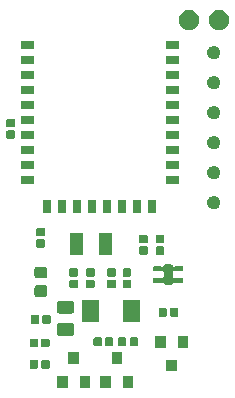
<source format=gbr>
G04 #@! TF.GenerationSoftware,KiCad,Pcbnew,(5.1.2-1)-1*
G04 #@! TF.CreationDate,2021-09-11T11:00:07+02:00*
G04 #@! TF.ProjectId,parasite,70617261-7369-4746-952e-6b696361645f,1.1.0*
G04 #@! TF.SameCoordinates,Original*
G04 #@! TF.FileFunction,Soldermask,Top*
G04 #@! TF.FilePolarity,Negative*
%FSLAX46Y46*%
G04 Gerber Fmt 4.6, Leading zero omitted, Abs format (unit mm)*
G04 Created by KiCad (PCBNEW (5.1.2-1)-1) date 2021-09-11 11:00:07*
%MOMM*%
%LPD*%
G04 APERTURE LIST*
%ADD10C,0.100000*%
G04 APERTURE END LIST*
D10*
G36*
X69851000Y-60201000D02*
G01*
X68949000Y-60201000D01*
X68949000Y-59199000D01*
X69851000Y-59199000D01*
X69851000Y-60201000D01*
X69851000Y-60201000D01*
G37*
G36*
X67951000Y-60201000D02*
G01*
X67049000Y-60201000D01*
X67049000Y-59199000D01*
X67951000Y-59199000D01*
X67951000Y-60201000D01*
X67951000Y-60201000D01*
G37*
G36*
X66201000Y-60201000D02*
G01*
X65299000Y-60201000D01*
X65299000Y-59199000D01*
X66201000Y-59199000D01*
X66201000Y-60201000D01*
X66201000Y-60201000D01*
G37*
G36*
X64301000Y-60201000D02*
G01*
X63399000Y-60201000D01*
X63399000Y-59199000D01*
X64301000Y-59199000D01*
X64301000Y-60201000D01*
X64301000Y-60201000D01*
G37*
G36*
X73551000Y-58801000D02*
G01*
X72649000Y-58801000D01*
X72649000Y-57799000D01*
X73551000Y-57799000D01*
X73551000Y-58801000D01*
X73551000Y-58801000D01*
G37*
G36*
X62656938Y-57831716D02*
G01*
X62677557Y-57837971D01*
X62696553Y-57848124D01*
X62713208Y-57861792D01*
X62726876Y-57878447D01*
X62737029Y-57897443D01*
X62743284Y-57918062D01*
X62746000Y-57945640D01*
X62746000Y-58454360D01*
X62743284Y-58481938D01*
X62737029Y-58502557D01*
X62726876Y-58521553D01*
X62713208Y-58538208D01*
X62696553Y-58551876D01*
X62677557Y-58562029D01*
X62656938Y-58568284D01*
X62629360Y-58571000D01*
X62170640Y-58571000D01*
X62143062Y-58568284D01*
X62122443Y-58562029D01*
X62103447Y-58551876D01*
X62086792Y-58538208D01*
X62073124Y-58521553D01*
X62062971Y-58502557D01*
X62056716Y-58481938D01*
X62054000Y-58454360D01*
X62054000Y-57945640D01*
X62056716Y-57918062D01*
X62062971Y-57897443D01*
X62073124Y-57878447D01*
X62086792Y-57861792D01*
X62103447Y-57848124D01*
X62122443Y-57837971D01*
X62143062Y-57831716D01*
X62170640Y-57829000D01*
X62629360Y-57829000D01*
X62656938Y-57831716D01*
X62656938Y-57831716D01*
G37*
G36*
X61686938Y-57831716D02*
G01*
X61707557Y-57837971D01*
X61726553Y-57848124D01*
X61743208Y-57861792D01*
X61756876Y-57878447D01*
X61767029Y-57897443D01*
X61773284Y-57918062D01*
X61776000Y-57945640D01*
X61776000Y-58454360D01*
X61773284Y-58481938D01*
X61767029Y-58502557D01*
X61756876Y-58521553D01*
X61743208Y-58538208D01*
X61726553Y-58551876D01*
X61707557Y-58562029D01*
X61686938Y-58568284D01*
X61659360Y-58571000D01*
X61200640Y-58571000D01*
X61173062Y-58568284D01*
X61152443Y-58562029D01*
X61133447Y-58551876D01*
X61116792Y-58538208D01*
X61103124Y-58521553D01*
X61092971Y-58502557D01*
X61086716Y-58481938D01*
X61084000Y-58454360D01*
X61084000Y-57945640D01*
X61086716Y-57918062D01*
X61092971Y-57897443D01*
X61103124Y-57878447D01*
X61116792Y-57861792D01*
X61133447Y-57848124D01*
X61152443Y-57837971D01*
X61173062Y-57831716D01*
X61200640Y-57829000D01*
X61659360Y-57829000D01*
X61686938Y-57831716D01*
X61686938Y-57831716D01*
G37*
G36*
X68901000Y-58201000D02*
G01*
X67999000Y-58201000D01*
X67999000Y-57199000D01*
X68901000Y-57199000D01*
X68901000Y-58201000D01*
X68901000Y-58201000D01*
G37*
G36*
X65251000Y-58201000D02*
G01*
X64349000Y-58201000D01*
X64349000Y-57199000D01*
X65251000Y-57199000D01*
X65251000Y-58201000D01*
X65251000Y-58201000D01*
G37*
G36*
X74501000Y-56801000D02*
G01*
X73599000Y-56801000D01*
X73599000Y-55799000D01*
X74501000Y-55799000D01*
X74501000Y-56801000D01*
X74501000Y-56801000D01*
G37*
G36*
X72601000Y-56801000D02*
G01*
X71699000Y-56801000D01*
X71699000Y-55799000D01*
X72601000Y-55799000D01*
X72601000Y-56801000D01*
X72601000Y-56801000D01*
G37*
G36*
X62656938Y-56031716D02*
G01*
X62677557Y-56037971D01*
X62696553Y-56048124D01*
X62713208Y-56061792D01*
X62726876Y-56078447D01*
X62737029Y-56097443D01*
X62743284Y-56118062D01*
X62746000Y-56145640D01*
X62746000Y-56654360D01*
X62743284Y-56681938D01*
X62737029Y-56702557D01*
X62726876Y-56721553D01*
X62713208Y-56738208D01*
X62696553Y-56751876D01*
X62677557Y-56762029D01*
X62656938Y-56768284D01*
X62629360Y-56771000D01*
X62170640Y-56771000D01*
X62143062Y-56768284D01*
X62122443Y-56762029D01*
X62103447Y-56751876D01*
X62086792Y-56738208D01*
X62073124Y-56721553D01*
X62062971Y-56702557D01*
X62056716Y-56681938D01*
X62054000Y-56654360D01*
X62054000Y-56145640D01*
X62056716Y-56118062D01*
X62062971Y-56097443D01*
X62073124Y-56078447D01*
X62086792Y-56061792D01*
X62103447Y-56048124D01*
X62122443Y-56037971D01*
X62143062Y-56031716D01*
X62170640Y-56029000D01*
X62629360Y-56029000D01*
X62656938Y-56031716D01*
X62656938Y-56031716D01*
G37*
G36*
X61686938Y-56031716D02*
G01*
X61707557Y-56037971D01*
X61726553Y-56048124D01*
X61743208Y-56061792D01*
X61756876Y-56078447D01*
X61767029Y-56097443D01*
X61773284Y-56118062D01*
X61776000Y-56145640D01*
X61776000Y-56654360D01*
X61773284Y-56681938D01*
X61767029Y-56702557D01*
X61756876Y-56721553D01*
X61743208Y-56738208D01*
X61726553Y-56751876D01*
X61707557Y-56762029D01*
X61686938Y-56768284D01*
X61659360Y-56771000D01*
X61200640Y-56771000D01*
X61173062Y-56768284D01*
X61152443Y-56762029D01*
X61133447Y-56751876D01*
X61116792Y-56738208D01*
X61103124Y-56721553D01*
X61092971Y-56702557D01*
X61086716Y-56681938D01*
X61084000Y-56654360D01*
X61084000Y-56145640D01*
X61086716Y-56118062D01*
X61092971Y-56097443D01*
X61103124Y-56078447D01*
X61116792Y-56061792D01*
X61133447Y-56048124D01*
X61152443Y-56037971D01*
X61173062Y-56031716D01*
X61200640Y-56029000D01*
X61659360Y-56029000D01*
X61686938Y-56031716D01*
X61686938Y-56031716D01*
G37*
G36*
X68041938Y-55931716D02*
G01*
X68062557Y-55937971D01*
X68081553Y-55948124D01*
X68098208Y-55961792D01*
X68111876Y-55978447D01*
X68122029Y-55997443D01*
X68128284Y-56018062D01*
X68131000Y-56045640D01*
X68131000Y-56554360D01*
X68128284Y-56581938D01*
X68122029Y-56602557D01*
X68111876Y-56621553D01*
X68098208Y-56638208D01*
X68081553Y-56651876D01*
X68062557Y-56662029D01*
X68041938Y-56668284D01*
X68014360Y-56671000D01*
X67555640Y-56671000D01*
X67528062Y-56668284D01*
X67507443Y-56662029D01*
X67488447Y-56651876D01*
X67471792Y-56638208D01*
X67458124Y-56621553D01*
X67447971Y-56602557D01*
X67441716Y-56581938D01*
X67439000Y-56554360D01*
X67439000Y-56045640D01*
X67441716Y-56018062D01*
X67447971Y-55997443D01*
X67458124Y-55978447D01*
X67471792Y-55961792D01*
X67488447Y-55948124D01*
X67507443Y-55937971D01*
X67528062Y-55931716D01*
X67555640Y-55929000D01*
X68014360Y-55929000D01*
X68041938Y-55931716D01*
X68041938Y-55931716D01*
G37*
G36*
X67071938Y-55931716D02*
G01*
X67092557Y-55937971D01*
X67111553Y-55948124D01*
X67128208Y-55961792D01*
X67141876Y-55978447D01*
X67152029Y-55997443D01*
X67158284Y-56018062D01*
X67161000Y-56045640D01*
X67161000Y-56554360D01*
X67158284Y-56581938D01*
X67152029Y-56602557D01*
X67141876Y-56621553D01*
X67128208Y-56638208D01*
X67111553Y-56651876D01*
X67092557Y-56662029D01*
X67071938Y-56668284D01*
X67044360Y-56671000D01*
X66585640Y-56671000D01*
X66558062Y-56668284D01*
X66537443Y-56662029D01*
X66518447Y-56651876D01*
X66501792Y-56638208D01*
X66488124Y-56621553D01*
X66477971Y-56602557D01*
X66471716Y-56581938D01*
X66469000Y-56554360D01*
X66469000Y-56045640D01*
X66471716Y-56018062D01*
X66477971Y-55997443D01*
X66488124Y-55978447D01*
X66501792Y-55961792D01*
X66518447Y-55948124D01*
X66537443Y-55937971D01*
X66558062Y-55931716D01*
X66585640Y-55929000D01*
X67044360Y-55929000D01*
X67071938Y-55931716D01*
X67071938Y-55931716D01*
G37*
G36*
X69156938Y-55931716D02*
G01*
X69177557Y-55937971D01*
X69196553Y-55948124D01*
X69213208Y-55961792D01*
X69226876Y-55978447D01*
X69237029Y-55997443D01*
X69243284Y-56018062D01*
X69246000Y-56045640D01*
X69246000Y-56554360D01*
X69243284Y-56581938D01*
X69237029Y-56602557D01*
X69226876Y-56621553D01*
X69213208Y-56638208D01*
X69196553Y-56651876D01*
X69177557Y-56662029D01*
X69156938Y-56668284D01*
X69129360Y-56671000D01*
X68670640Y-56671000D01*
X68643062Y-56668284D01*
X68622443Y-56662029D01*
X68603447Y-56651876D01*
X68586792Y-56638208D01*
X68573124Y-56621553D01*
X68562971Y-56602557D01*
X68556716Y-56581938D01*
X68554000Y-56554360D01*
X68554000Y-56045640D01*
X68556716Y-56018062D01*
X68562971Y-55997443D01*
X68573124Y-55978447D01*
X68586792Y-55961792D01*
X68603447Y-55948124D01*
X68622443Y-55937971D01*
X68643062Y-55931716D01*
X68670640Y-55929000D01*
X69129360Y-55929000D01*
X69156938Y-55931716D01*
X69156938Y-55931716D01*
G37*
G36*
X70126938Y-55931716D02*
G01*
X70147557Y-55937971D01*
X70166553Y-55948124D01*
X70183208Y-55961792D01*
X70196876Y-55978447D01*
X70207029Y-55997443D01*
X70213284Y-56018062D01*
X70216000Y-56045640D01*
X70216000Y-56554360D01*
X70213284Y-56581938D01*
X70207029Y-56602557D01*
X70196876Y-56621553D01*
X70183208Y-56638208D01*
X70166553Y-56651876D01*
X70147557Y-56662029D01*
X70126938Y-56668284D01*
X70099360Y-56671000D01*
X69640640Y-56671000D01*
X69613062Y-56668284D01*
X69592443Y-56662029D01*
X69573447Y-56651876D01*
X69556792Y-56638208D01*
X69543124Y-56621553D01*
X69532971Y-56602557D01*
X69526716Y-56581938D01*
X69524000Y-56554360D01*
X69524000Y-56045640D01*
X69526716Y-56018062D01*
X69532971Y-55997443D01*
X69543124Y-55978447D01*
X69556792Y-55961792D01*
X69573447Y-55948124D01*
X69592443Y-55937971D01*
X69613062Y-55931716D01*
X69640640Y-55929000D01*
X70099360Y-55929000D01*
X70126938Y-55931716D01*
X70126938Y-55931716D01*
G37*
G36*
X64684468Y-54703565D02*
G01*
X64723138Y-54715296D01*
X64758777Y-54734346D01*
X64790017Y-54759983D01*
X64815654Y-54791223D01*
X64834704Y-54826862D01*
X64846435Y-54865532D01*
X64851000Y-54911888D01*
X64851000Y-55563112D01*
X64846435Y-55609468D01*
X64834704Y-55648138D01*
X64815654Y-55683777D01*
X64790017Y-55715017D01*
X64758777Y-55740654D01*
X64723138Y-55759704D01*
X64684468Y-55771435D01*
X64638112Y-55776000D01*
X63561888Y-55776000D01*
X63515532Y-55771435D01*
X63476862Y-55759704D01*
X63441223Y-55740654D01*
X63409983Y-55715017D01*
X63384346Y-55683777D01*
X63365296Y-55648138D01*
X63353565Y-55609468D01*
X63349000Y-55563112D01*
X63349000Y-54911888D01*
X63353565Y-54865532D01*
X63365296Y-54826862D01*
X63384346Y-54791223D01*
X63409983Y-54759983D01*
X63441223Y-54734346D01*
X63476862Y-54715296D01*
X63515532Y-54703565D01*
X63561888Y-54699000D01*
X64638112Y-54699000D01*
X64684468Y-54703565D01*
X64684468Y-54703565D01*
G37*
G36*
X61771938Y-54031716D02*
G01*
X61792557Y-54037971D01*
X61811553Y-54048124D01*
X61828208Y-54061792D01*
X61841876Y-54078447D01*
X61852029Y-54097443D01*
X61858284Y-54118062D01*
X61861000Y-54145640D01*
X61861000Y-54654360D01*
X61858284Y-54681938D01*
X61852029Y-54702557D01*
X61841876Y-54721553D01*
X61828208Y-54738208D01*
X61811553Y-54751876D01*
X61792557Y-54762029D01*
X61771938Y-54768284D01*
X61744360Y-54771000D01*
X61285640Y-54771000D01*
X61258062Y-54768284D01*
X61237443Y-54762029D01*
X61218447Y-54751876D01*
X61201792Y-54738208D01*
X61188124Y-54721553D01*
X61177971Y-54702557D01*
X61171716Y-54681938D01*
X61169000Y-54654360D01*
X61169000Y-54145640D01*
X61171716Y-54118062D01*
X61177971Y-54097443D01*
X61188124Y-54078447D01*
X61201792Y-54061792D01*
X61218447Y-54048124D01*
X61237443Y-54037971D01*
X61258062Y-54031716D01*
X61285640Y-54029000D01*
X61744360Y-54029000D01*
X61771938Y-54031716D01*
X61771938Y-54031716D01*
G37*
G36*
X62741938Y-54031716D02*
G01*
X62762557Y-54037971D01*
X62781553Y-54048124D01*
X62798208Y-54061792D01*
X62811876Y-54078447D01*
X62822029Y-54097443D01*
X62828284Y-54118062D01*
X62831000Y-54145640D01*
X62831000Y-54654360D01*
X62828284Y-54681938D01*
X62822029Y-54702557D01*
X62811876Y-54721553D01*
X62798208Y-54738208D01*
X62781553Y-54751876D01*
X62762557Y-54762029D01*
X62741938Y-54768284D01*
X62714360Y-54771000D01*
X62255640Y-54771000D01*
X62228062Y-54768284D01*
X62207443Y-54762029D01*
X62188447Y-54751876D01*
X62171792Y-54738208D01*
X62158124Y-54721553D01*
X62147971Y-54702557D01*
X62141716Y-54681938D01*
X62139000Y-54654360D01*
X62139000Y-54145640D01*
X62141716Y-54118062D01*
X62147971Y-54097443D01*
X62158124Y-54078447D01*
X62171792Y-54061792D01*
X62188447Y-54048124D01*
X62207443Y-54037971D01*
X62228062Y-54031716D01*
X62255640Y-54029000D01*
X62714360Y-54029000D01*
X62741938Y-54031716D01*
X62741938Y-54031716D01*
G37*
G36*
X66901000Y-54601000D02*
G01*
X65499000Y-54601000D01*
X65499000Y-52799000D01*
X66901000Y-52799000D01*
X66901000Y-54601000D01*
X66901000Y-54601000D01*
G37*
G36*
X70401000Y-54601000D02*
G01*
X68999000Y-54601000D01*
X68999000Y-52799000D01*
X70401000Y-52799000D01*
X70401000Y-54601000D01*
X70401000Y-54601000D01*
G37*
G36*
X72586938Y-53431716D02*
G01*
X72607557Y-53437971D01*
X72626553Y-53448124D01*
X72643208Y-53461792D01*
X72656876Y-53478447D01*
X72667029Y-53497443D01*
X72673284Y-53518062D01*
X72676000Y-53545640D01*
X72676000Y-54054360D01*
X72673284Y-54081938D01*
X72667029Y-54102557D01*
X72656876Y-54121553D01*
X72643208Y-54138208D01*
X72626553Y-54151876D01*
X72607557Y-54162029D01*
X72586938Y-54168284D01*
X72559360Y-54171000D01*
X72100640Y-54171000D01*
X72073062Y-54168284D01*
X72052443Y-54162029D01*
X72033447Y-54151876D01*
X72016792Y-54138208D01*
X72003124Y-54121553D01*
X71992971Y-54102557D01*
X71986716Y-54081938D01*
X71984000Y-54054360D01*
X71984000Y-53545640D01*
X71986716Y-53518062D01*
X71992971Y-53497443D01*
X72003124Y-53478447D01*
X72016792Y-53461792D01*
X72033447Y-53448124D01*
X72052443Y-53437971D01*
X72073062Y-53431716D01*
X72100640Y-53429000D01*
X72559360Y-53429000D01*
X72586938Y-53431716D01*
X72586938Y-53431716D01*
G37*
G36*
X73556938Y-53431716D02*
G01*
X73577557Y-53437971D01*
X73596553Y-53448124D01*
X73613208Y-53461792D01*
X73626876Y-53478447D01*
X73637029Y-53497443D01*
X73643284Y-53518062D01*
X73646000Y-53545640D01*
X73646000Y-54054360D01*
X73643284Y-54081938D01*
X73637029Y-54102557D01*
X73626876Y-54121553D01*
X73613208Y-54138208D01*
X73596553Y-54151876D01*
X73577557Y-54162029D01*
X73556938Y-54168284D01*
X73529360Y-54171000D01*
X73070640Y-54171000D01*
X73043062Y-54168284D01*
X73022443Y-54162029D01*
X73003447Y-54151876D01*
X72986792Y-54138208D01*
X72973124Y-54121553D01*
X72962971Y-54102557D01*
X72956716Y-54081938D01*
X72954000Y-54054360D01*
X72954000Y-53545640D01*
X72956716Y-53518062D01*
X72962971Y-53497443D01*
X72973124Y-53478447D01*
X72986792Y-53461792D01*
X73003447Y-53448124D01*
X73022443Y-53437971D01*
X73043062Y-53431716D01*
X73070640Y-53429000D01*
X73529360Y-53429000D01*
X73556938Y-53431716D01*
X73556938Y-53431716D01*
G37*
G36*
X64684468Y-52828565D02*
G01*
X64723138Y-52840296D01*
X64758777Y-52859346D01*
X64790017Y-52884983D01*
X64815654Y-52916223D01*
X64834704Y-52951862D01*
X64846435Y-52990532D01*
X64851000Y-53036888D01*
X64851000Y-53688112D01*
X64846435Y-53734468D01*
X64834704Y-53773138D01*
X64815654Y-53808777D01*
X64790017Y-53840017D01*
X64758777Y-53865654D01*
X64723138Y-53884704D01*
X64684468Y-53896435D01*
X64638112Y-53901000D01*
X63561888Y-53901000D01*
X63515532Y-53896435D01*
X63476862Y-53884704D01*
X63441223Y-53865654D01*
X63409983Y-53840017D01*
X63384346Y-53808777D01*
X63365296Y-53773138D01*
X63353565Y-53734468D01*
X63349000Y-53688112D01*
X63349000Y-53036888D01*
X63353565Y-52990532D01*
X63365296Y-52951862D01*
X63384346Y-52916223D01*
X63409983Y-52884983D01*
X63441223Y-52859346D01*
X63476862Y-52840296D01*
X63515532Y-52828565D01*
X63561888Y-52824000D01*
X64638112Y-52824000D01*
X64684468Y-52828565D01*
X64684468Y-52828565D01*
G37*
G36*
X62379591Y-51515585D02*
G01*
X62413569Y-51525893D01*
X62444890Y-51542634D01*
X62472339Y-51565161D01*
X62494866Y-51592610D01*
X62511607Y-51623931D01*
X62521915Y-51657909D01*
X62526000Y-51699390D01*
X62526000Y-52300610D01*
X62521915Y-52342091D01*
X62511607Y-52376069D01*
X62494866Y-52407390D01*
X62472339Y-52434839D01*
X62444890Y-52457366D01*
X62413569Y-52474107D01*
X62379591Y-52484415D01*
X62338110Y-52488500D01*
X61661890Y-52488500D01*
X61620409Y-52484415D01*
X61586431Y-52474107D01*
X61555110Y-52457366D01*
X61527661Y-52434839D01*
X61505134Y-52407390D01*
X61488393Y-52376069D01*
X61478085Y-52342091D01*
X61474000Y-52300610D01*
X61474000Y-51699390D01*
X61478085Y-51657909D01*
X61488393Y-51623931D01*
X61505134Y-51592610D01*
X61527661Y-51565161D01*
X61555110Y-51542634D01*
X61586431Y-51525893D01*
X61620409Y-51515585D01*
X61661890Y-51511500D01*
X62338110Y-51511500D01*
X62379591Y-51515585D01*
X62379591Y-51515585D01*
G37*
G36*
X69581938Y-51056716D02*
G01*
X69602557Y-51062971D01*
X69621553Y-51073124D01*
X69638208Y-51086792D01*
X69651876Y-51103447D01*
X69662029Y-51122443D01*
X69668284Y-51143062D01*
X69671000Y-51170640D01*
X69671000Y-51629360D01*
X69668284Y-51656938D01*
X69662029Y-51677557D01*
X69651876Y-51696553D01*
X69638208Y-51713208D01*
X69621553Y-51726876D01*
X69602557Y-51737029D01*
X69581938Y-51743284D01*
X69554360Y-51746000D01*
X69045640Y-51746000D01*
X69018062Y-51743284D01*
X68997443Y-51737029D01*
X68978447Y-51726876D01*
X68961792Y-51713208D01*
X68948124Y-51696553D01*
X68937971Y-51677557D01*
X68931716Y-51656938D01*
X68929000Y-51629360D01*
X68929000Y-51170640D01*
X68931716Y-51143062D01*
X68937971Y-51122443D01*
X68948124Y-51103447D01*
X68961792Y-51086792D01*
X68978447Y-51073124D01*
X68997443Y-51062971D01*
X69018062Y-51056716D01*
X69045640Y-51054000D01*
X69554360Y-51054000D01*
X69581938Y-51056716D01*
X69581938Y-51056716D01*
G37*
G36*
X65081938Y-51056716D02*
G01*
X65102557Y-51062971D01*
X65121553Y-51073124D01*
X65138208Y-51086792D01*
X65151876Y-51103447D01*
X65162029Y-51122443D01*
X65168284Y-51143062D01*
X65171000Y-51170640D01*
X65171000Y-51629360D01*
X65168284Y-51656938D01*
X65162029Y-51677557D01*
X65151876Y-51696553D01*
X65138208Y-51713208D01*
X65121553Y-51726876D01*
X65102557Y-51737029D01*
X65081938Y-51743284D01*
X65054360Y-51746000D01*
X64545640Y-51746000D01*
X64518062Y-51743284D01*
X64497443Y-51737029D01*
X64478447Y-51726876D01*
X64461792Y-51713208D01*
X64448124Y-51696553D01*
X64437971Y-51677557D01*
X64431716Y-51656938D01*
X64429000Y-51629360D01*
X64429000Y-51170640D01*
X64431716Y-51143062D01*
X64437971Y-51122443D01*
X64448124Y-51103447D01*
X64461792Y-51086792D01*
X64478447Y-51073124D01*
X64497443Y-51062971D01*
X64518062Y-51056716D01*
X64545640Y-51054000D01*
X65054360Y-51054000D01*
X65081938Y-51056716D01*
X65081938Y-51056716D01*
G37*
G36*
X66481938Y-51056716D02*
G01*
X66502557Y-51062971D01*
X66521553Y-51073124D01*
X66538208Y-51086792D01*
X66551876Y-51103447D01*
X66562029Y-51122443D01*
X66568284Y-51143062D01*
X66571000Y-51170640D01*
X66571000Y-51629360D01*
X66568284Y-51656938D01*
X66562029Y-51677557D01*
X66551876Y-51696553D01*
X66538208Y-51713208D01*
X66521553Y-51726876D01*
X66502557Y-51737029D01*
X66481938Y-51743284D01*
X66454360Y-51746000D01*
X65945640Y-51746000D01*
X65918062Y-51743284D01*
X65897443Y-51737029D01*
X65878447Y-51726876D01*
X65861792Y-51713208D01*
X65848124Y-51696553D01*
X65837971Y-51677557D01*
X65831716Y-51656938D01*
X65829000Y-51629360D01*
X65829000Y-51170640D01*
X65831716Y-51143062D01*
X65837971Y-51122443D01*
X65848124Y-51103447D01*
X65861792Y-51086792D01*
X65878447Y-51073124D01*
X65897443Y-51062971D01*
X65918062Y-51056716D01*
X65945640Y-51054000D01*
X66454360Y-51054000D01*
X66481938Y-51056716D01*
X66481938Y-51056716D01*
G37*
G36*
X68281938Y-51056716D02*
G01*
X68302557Y-51062971D01*
X68321553Y-51073124D01*
X68338208Y-51086792D01*
X68351876Y-51103447D01*
X68362029Y-51122443D01*
X68368284Y-51143062D01*
X68371000Y-51170640D01*
X68371000Y-51629360D01*
X68368284Y-51656938D01*
X68362029Y-51677557D01*
X68351876Y-51696553D01*
X68338208Y-51713208D01*
X68321553Y-51726876D01*
X68302557Y-51737029D01*
X68281938Y-51743284D01*
X68254360Y-51746000D01*
X67745640Y-51746000D01*
X67718062Y-51743284D01*
X67697443Y-51737029D01*
X67678447Y-51726876D01*
X67661792Y-51713208D01*
X67648124Y-51696553D01*
X67637971Y-51677557D01*
X67631716Y-51656938D01*
X67629000Y-51629360D01*
X67629000Y-51170640D01*
X67631716Y-51143062D01*
X67637971Y-51122443D01*
X67648124Y-51103447D01*
X67661792Y-51086792D01*
X67678447Y-51073124D01*
X67697443Y-51062971D01*
X67718062Y-51056716D01*
X67745640Y-51054000D01*
X68254360Y-51054000D01*
X68281938Y-51056716D01*
X68281938Y-51056716D01*
G37*
G36*
X73089802Y-49752244D02*
G01*
X73115579Y-49760064D01*
X73139333Y-49772761D01*
X73160153Y-49789847D01*
X73177239Y-49810667D01*
X73189936Y-49834422D01*
X73194717Y-49850180D01*
X73204095Y-49872819D01*
X73217709Y-49893193D01*
X73235037Y-49910519D01*
X73255412Y-49924133D01*
X73278051Y-49933509D01*
X73302084Y-49938289D01*
X73326588Y-49938289D01*
X73350621Y-49933508D01*
X73373260Y-49924130D01*
X73393634Y-49910516D01*
X73410959Y-49893190D01*
X73414219Y-49889217D01*
X73421776Y-49883016D01*
X73430405Y-49878403D01*
X73439768Y-49875563D01*
X73455640Y-49874000D01*
X73994360Y-49874000D01*
X74010232Y-49875563D01*
X74019595Y-49878403D01*
X74028224Y-49883016D01*
X74035782Y-49889218D01*
X74041984Y-49896776D01*
X74046597Y-49905405D01*
X74049437Y-49914768D01*
X74051000Y-49930640D01*
X74051000Y-50269360D01*
X74049437Y-50285232D01*
X74046597Y-50294595D01*
X74041984Y-50303224D01*
X74035782Y-50310782D01*
X74028224Y-50316984D01*
X74019595Y-50321597D01*
X74010232Y-50324437D01*
X73994360Y-50326000D01*
X73455640Y-50326000D01*
X73439768Y-50324437D01*
X73430405Y-50321597D01*
X73421779Y-50316986D01*
X73405296Y-50303459D01*
X73384921Y-50289846D01*
X73362282Y-50280469D01*
X73338249Y-50275689D01*
X73313745Y-50275689D01*
X73289711Y-50280470D01*
X73267073Y-50289848D01*
X73246699Y-50303462D01*
X73229372Y-50320789D01*
X73215759Y-50341164D01*
X73206382Y-50363803D01*
X73201000Y-50400086D01*
X73201000Y-50799914D01*
X73203402Y-50824300D01*
X73210515Y-50847749D01*
X73222066Y-50869360D01*
X73237611Y-50888302D01*
X73256553Y-50903847D01*
X73278164Y-50915398D01*
X73301613Y-50922511D01*
X73325999Y-50924913D01*
X73350385Y-50922511D01*
X73373834Y-50915398D01*
X73405296Y-50896541D01*
X73421779Y-50883014D01*
X73430405Y-50878403D01*
X73439768Y-50875563D01*
X73455640Y-50874000D01*
X73994360Y-50874000D01*
X74010232Y-50875563D01*
X74019595Y-50878403D01*
X74028224Y-50883016D01*
X74035782Y-50889218D01*
X74041984Y-50896776D01*
X74046597Y-50905405D01*
X74049437Y-50914768D01*
X74051000Y-50930640D01*
X74051000Y-51269360D01*
X74049437Y-51285232D01*
X74046597Y-51294595D01*
X74041984Y-51303224D01*
X74035782Y-51310782D01*
X74028224Y-51316984D01*
X74019595Y-51321597D01*
X74010232Y-51324437D01*
X73994360Y-51326000D01*
X73455640Y-51326000D01*
X73439768Y-51324437D01*
X73430405Y-51321597D01*
X73421776Y-51316984D01*
X73414219Y-51310783D01*
X73410959Y-51306810D01*
X73393632Y-51289483D01*
X73373258Y-51275869D01*
X73350619Y-51266492D01*
X73326586Y-51261711D01*
X73302082Y-51261711D01*
X73278048Y-51266491D01*
X73255410Y-51275868D01*
X73235035Y-51289482D01*
X73217708Y-51306809D01*
X73204094Y-51327183D01*
X73194717Y-51349820D01*
X73189936Y-51365578D01*
X73177239Y-51389333D01*
X73160153Y-51410153D01*
X73139333Y-51427239D01*
X73115579Y-51439936D01*
X73089802Y-51447756D01*
X73056862Y-51451000D01*
X72543138Y-51451000D01*
X72510198Y-51447756D01*
X72484421Y-51439936D01*
X72460667Y-51427239D01*
X72439847Y-51410153D01*
X72422761Y-51389333D01*
X72410064Y-51365578D01*
X72405283Y-51349820D01*
X72395905Y-51327181D01*
X72382291Y-51306807D01*
X72364963Y-51289481D01*
X72344588Y-51275867D01*
X72321949Y-51266491D01*
X72297916Y-51261711D01*
X72273412Y-51261711D01*
X72249379Y-51266492D01*
X72226740Y-51275870D01*
X72206366Y-51289484D01*
X72189041Y-51306810D01*
X72185781Y-51310783D01*
X72178224Y-51316984D01*
X72169595Y-51321597D01*
X72160232Y-51324437D01*
X72144360Y-51326000D01*
X71605640Y-51326000D01*
X71589768Y-51324437D01*
X71580405Y-51321597D01*
X71571776Y-51316984D01*
X71564218Y-51310782D01*
X71558016Y-51303224D01*
X71553403Y-51294595D01*
X71550563Y-51285232D01*
X71549000Y-51269360D01*
X71549000Y-50930640D01*
X71550563Y-50914768D01*
X71553403Y-50905405D01*
X71558016Y-50896776D01*
X71564218Y-50889218D01*
X71571776Y-50883016D01*
X71580405Y-50878403D01*
X71589768Y-50875563D01*
X71605640Y-50874000D01*
X72144360Y-50874000D01*
X72160232Y-50875563D01*
X72169595Y-50878403D01*
X72178221Y-50883014D01*
X72194704Y-50896541D01*
X72215079Y-50910154D01*
X72237718Y-50919531D01*
X72261751Y-50924311D01*
X72286255Y-50924311D01*
X72310289Y-50919530D01*
X72332927Y-50910152D01*
X72353301Y-50896538D01*
X72370628Y-50879211D01*
X72384241Y-50858836D01*
X72393618Y-50836197D01*
X72399000Y-50799914D01*
X72399000Y-50400086D01*
X72396598Y-50375700D01*
X72389485Y-50352251D01*
X72377934Y-50330640D01*
X72362389Y-50311698D01*
X72343447Y-50296153D01*
X72321836Y-50284602D01*
X72298387Y-50277489D01*
X72274001Y-50275087D01*
X72249615Y-50277489D01*
X72226166Y-50284602D01*
X72194704Y-50303459D01*
X72178221Y-50316986D01*
X72169595Y-50321597D01*
X72160232Y-50324437D01*
X72144360Y-50326000D01*
X71605640Y-50326000D01*
X71589768Y-50324437D01*
X71580405Y-50321597D01*
X71571776Y-50316984D01*
X71564218Y-50310782D01*
X71558016Y-50303224D01*
X71553403Y-50294595D01*
X71550563Y-50285232D01*
X71549000Y-50269360D01*
X71549000Y-49930640D01*
X71550563Y-49914768D01*
X71553403Y-49905405D01*
X71558016Y-49896776D01*
X71564218Y-49889218D01*
X71571776Y-49883016D01*
X71580405Y-49878403D01*
X71589768Y-49875563D01*
X71605640Y-49874000D01*
X72144360Y-49874000D01*
X72160232Y-49875563D01*
X72169595Y-49878403D01*
X72178224Y-49883016D01*
X72185781Y-49889217D01*
X72189041Y-49893190D01*
X72206368Y-49910517D01*
X72226742Y-49924131D01*
X72249381Y-49933508D01*
X72273414Y-49938289D01*
X72297918Y-49938289D01*
X72321952Y-49933509D01*
X72344590Y-49924132D01*
X72364965Y-49910518D01*
X72382292Y-49893191D01*
X72395906Y-49872817D01*
X72405283Y-49850180D01*
X72410064Y-49834422D01*
X72422761Y-49810667D01*
X72439847Y-49789847D01*
X72460667Y-49772761D01*
X72484421Y-49760064D01*
X72510198Y-49752244D01*
X72543138Y-49749000D01*
X73056862Y-49749000D01*
X73089802Y-49752244D01*
X73089802Y-49752244D01*
G37*
G36*
X62379591Y-49940585D02*
G01*
X62413569Y-49950893D01*
X62444890Y-49967634D01*
X62472339Y-49990161D01*
X62494866Y-50017610D01*
X62511607Y-50048931D01*
X62521915Y-50082909D01*
X62526000Y-50124390D01*
X62526000Y-50725610D01*
X62521915Y-50767091D01*
X62511607Y-50801069D01*
X62494866Y-50832390D01*
X62472339Y-50859839D01*
X62444890Y-50882366D01*
X62413569Y-50899107D01*
X62379591Y-50909415D01*
X62338110Y-50913500D01*
X61661890Y-50913500D01*
X61620409Y-50909415D01*
X61586431Y-50899107D01*
X61555110Y-50882366D01*
X61527661Y-50859839D01*
X61505134Y-50832390D01*
X61488393Y-50801069D01*
X61478085Y-50767091D01*
X61474000Y-50725610D01*
X61474000Y-50124390D01*
X61478085Y-50082909D01*
X61488393Y-50048931D01*
X61505134Y-50017610D01*
X61527661Y-49990161D01*
X61555110Y-49967634D01*
X61586431Y-49950893D01*
X61620409Y-49940585D01*
X61661890Y-49936500D01*
X62338110Y-49936500D01*
X62379591Y-49940585D01*
X62379591Y-49940585D01*
G37*
G36*
X66481938Y-50086716D02*
G01*
X66502557Y-50092971D01*
X66521553Y-50103124D01*
X66538208Y-50116792D01*
X66551876Y-50133447D01*
X66562029Y-50152443D01*
X66568284Y-50173062D01*
X66571000Y-50200640D01*
X66571000Y-50659360D01*
X66568284Y-50686938D01*
X66562029Y-50707557D01*
X66551876Y-50726553D01*
X66538208Y-50743208D01*
X66521553Y-50756876D01*
X66502557Y-50767029D01*
X66481938Y-50773284D01*
X66454360Y-50776000D01*
X65945640Y-50776000D01*
X65918062Y-50773284D01*
X65897443Y-50767029D01*
X65878447Y-50756876D01*
X65861792Y-50743208D01*
X65848124Y-50726553D01*
X65837971Y-50707557D01*
X65831716Y-50686938D01*
X65829000Y-50659360D01*
X65829000Y-50200640D01*
X65831716Y-50173062D01*
X65837971Y-50152443D01*
X65848124Y-50133447D01*
X65861792Y-50116792D01*
X65878447Y-50103124D01*
X65897443Y-50092971D01*
X65918062Y-50086716D01*
X65945640Y-50084000D01*
X66454360Y-50084000D01*
X66481938Y-50086716D01*
X66481938Y-50086716D01*
G37*
G36*
X65081938Y-50086716D02*
G01*
X65102557Y-50092971D01*
X65121553Y-50103124D01*
X65138208Y-50116792D01*
X65151876Y-50133447D01*
X65162029Y-50152443D01*
X65168284Y-50173062D01*
X65171000Y-50200640D01*
X65171000Y-50659360D01*
X65168284Y-50686938D01*
X65162029Y-50707557D01*
X65151876Y-50726553D01*
X65138208Y-50743208D01*
X65121553Y-50756876D01*
X65102557Y-50767029D01*
X65081938Y-50773284D01*
X65054360Y-50776000D01*
X64545640Y-50776000D01*
X64518062Y-50773284D01*
X64497443Y-50767029D01*
X64478447Y-50756876D01*
X64461792Y-50743208D01*
X64448124Y-50726553D01*
X64437971Y-50707557D01*
X64431716Y-50686938D01*
X64429000Y-50659360D01*
X64429000Y-50200640D01*
X64431716Y-50173062D01*
X64437971Y-50152443D01*
X64448124Y-50133447D01*
X64461792Y-50116792D01*
X64478447Y-50103124D01*
X64497443Y-50092971D01*
X64518062Y-50086716D01*
X64545640Y-50084000D01*
X65054360Y-50084000D01*
X65081938Y-50086716D01*
X65081938Y-50086716D01*
G37*
G36*
X68281938Y-50086716D02*
G01*
X68302557Y-50092971D01*
X68321553Y-50103124D01*
X68338208Y-50116792D01*
X68351876Y-50133447D01*
X68362029Y-50152443D01*
X68368284Y-50173062D01*
X68371000Y-50200640D01*
X68371000Y-50659360D01*
X68368284Y-50686938D01*
X68362029Y-50707557D01*
X68351876Y-50726553D01*
X68338208Y-50743208D01*
X68321553Y-50756876D01*
X68302557Y-50767029D01*
X68281938Y-50773284D01*
X68254360Y-50776000D01*
X67745640Y-50776000D01*
X67718062Y-50773284D01*
X67697443Y-50767029D01*
X67678447Y-50756876D01*
X67661792Y-50743208D01*
X67648124Y-50726553D01*
X67637971Y-50707557D01*
X67631716Y-50686938D01*
X67629000Y-50659360D01*
X67629000Y-50200640D01*
X67631716Y-50173062D01*
X67637971Y-50152443D01*
X67648124Y-50133447D01*
X67661792Y-50116792D01*
X67678447Y-50103124D01*
X67697443Y-50092971D01*
X67718062Y-50086716D01*
X67745640Y-50084000D01*
X68254360Y-50084000D01*
X68281938Y-50086716D01*
X68281938Y-50086716D01*
G37*
G36*
X69581938Y-50086716D02*
G01*
X69602557Y-50092971D01*
X69621553Y-50103124D01*
X69638208Y-50116792D01*
X69651876Y-50133447D01*
X69662029Y-50152443D01*
X69668284Y-50173062D01*
X69671000Y-50200640D01*
X69671000Y-50659360D01*
X69668284Y-50686938D01*
X69662029Y-50707557D01*
X69651876Y-50726553D01*
X69638208Y-50743208D01*
X69621553Y-50756876D01*
X69602557Y-50767029D01*
X69581938Y-50773284D01*
X69554360Y-50776000D01*
X69045640Y-50776000D01*
X69018062Y-50773284D01*
X68997443Y-50767029D01*
X68978447Y-50756876D01*
X68961792Y-50743208D01*
X68948124Y-50726553D01*
X68937971Y-50707557D01*
X68931716Y-50686938D01*
X68929000Y-50659360D01*
X68929000Y-50200640D01*
X68931716Y-50173062D01*
X68937971Y-50152443D01*
X68948124Y-50133447D01*
X68961792Y-50116792D01*
X68978447Y-50103124D01*
X68997443Y-50092971D01*
X69018062Y-50086716D01*
X69045640Y-50084000D01*
X69554360Y-50084000D01*
X69581938Y-50086716D01*
X69581938Y-50086716D01*
G37*
G36*
X65551000Y-48951000D02*
G01*
X64449000Y-48951000D01*
X64449000Y-47049000D01*
X65551000Y-47049000D01*
X65551000Y-48951000D01*
X65551000Y-48951000D01*
G37*
G36*
X68051000Y-48951000D02*
G01*
X66949000Y-48951000D01*
X66949000Y-47049000D01*
X68051000Y-47049000D01*
X68051000Y-48951000D01*
X68051000Y-48951000D01*
G37*
G36*
X72381938Y-48226716D02*
G01*
X72402557Y-48232971D01*
X72421553Y-48243124D01*
X72438208Y-48256792D01*
X72451876Y-48273447D01*
X72462029Y-48292443D01*
X72468284Y-48313062D01*
X72471000Y-48340640D01*
X72471000Y-48799360D01*
X72468284Y-48826938D01*
X72462029Y-48847557D01*
X72451876Y-48866553D01*
X72438208Y-48883208D01*
X72421553Y-48896876D01*
X72402557Y-48907029D01*
X72381938Y-48913284D01*
X72354360Y-48916000D01*
X71845640Y-48916000D01*
X71818062Y-48913284D01*
X71797443Y-48907029D01*
X71778447Y-48896876D01*
X71761792Y-48883208D01*
X71748124Y-48866553D01*
X71737971Y-48847557D01*
X71731716Y-48826938D01*
X71729000Y-48799360D01*
X71729000Y-48340640D01*
X71731716Y-48313062D01*
X71737971Y-48292443D01*
X71748124Y-48273447D01*
X71761792Y-48256792D01*
X71778447Y-48243124D01*
X71797443Y-48232971D01*
X71818062Y-48226716D01*
X71845640Y-48224000D01*
X72354360Y-48224000D01*
X72381938Y-48226716D01*
X72381938Y-48226716D01*
G37*
G36*
X70981938Y-48226716D02*
G01*
X71002557Y-48232971D01*
X71021553Y-48243124D01*
X71038208Y-48256792D01*
X71051876Y-48273447D01*
X71062029Y-48292443D01*
X71068284Y-48313062D01*
X71071000Y-48340640D01*
X71071000Y-48799360D01*
X71068284Y-48826938D01*
X71062029Y-48847557D01*
X71051876Y-48866553D01*
X71038208Y-48883208D01*
X71021553Y-48896876D01*
X71002557Y-48907029D01*
X70981938Y-48913284D01*
X70954360Y-48916000D01*
X70445640Y-48916000D01*
X70418062Y-48913284D01*
X70397443Y-48907029D01*
X70378447Y-48896876D01*
X70361792Y-48883208D01*
X70348124Y-48866553D01*
X70337971Y-48847557D01*
X70331716Y-48826938D01*
X70329000Y-48799360D01*
X70329000Y-48340640D01*
X70331716Y-48313062D01*
X70337971Y-48292443D01*
X70348124Y-48273447D01*
X70361792Y-48256792D01*
X70378447Y-48243124D01*
X70397443Y-48232971D01*
X70418062Y-48226716D01*
X70445640Y-48224000D01*
X70954360Y-48224000D01*
X70981938Y-48226716D01*
X70981938Y-48226716D01*
G37*
G36*
X62281938Y-47626716D02*
G01*
X62302557Y-47632971D01*
X62321553Y-47643124D01*
X62338208Y-47656792D01*
X62351876Y-47673447D01*
X62362029Y-47692443D01*
X62368284Y-47713062D01*
X62371000Y-47740640D01*
X62371000Y-48199360D01*
X62368284Y-48226938D01*
X62362029Y-48247557D01*
X62351876Y-48266553D01*
X62338208Y-48283208D01*
X62321553Y-48296876D01*
X62302557Y-48307029D01*
X62281938Y-48313284D01*
X62254360Y-48316000D01*
X61745640Y-48316000D01*
X61718062Y-48313284D01*
X61697443Y-48307029D01*
X61678447Y-48296876D01*
X61661792Y-48283208D01*
X61648124Y-48266553D01*
X61637971Y-48247557D01*
X61631716Y-48226938D01*
X61629000Y-48199360D01*
X61629000Y-47740640D01*
X61631716Y-47713062D01*
X61637971Y-47692443D01*
X61648124Y-47673447D01*
X61661792Y-47656792D01*
X61678447Y-47643124D01*
X61697443Y-47632971D01*
X61718062Y-47626716D01*
X61745640Y-47624000D01*
X62254360Y-47624000D01*
X62281938Y-47626716D01*
X62281938Y-47626716D01*
G37*
G36*
X70981938Y-47256716D02*
G01*
X71002557Y-47262971D01*
X71021553Y-47273124D01*
X71038208Y-47286792D01*
X71051876Y-47303447D01*
X71062029Y-47322443D01*
X71068284Y-47343062D01*
X71071000Y-47370640D01*
X71071000Y-47829360D01*
X71068284Y-47856938D01*
X71062029Y-47877557D01*
X71051876Y-47896553D01*
X71038208Y-47913208D01*
X71021553Y-47926876D01*
X71002557Y-47937029D01*
X70981938Y-47943284D01*
X70954360Y-47946000D01*
X70445640Y-47946000D01*
X70418062Y-47943284D01*
X70397443Y-47937029D01*
X70378447Y-47926876D01*
X70361792Y-47913208D01*
X70348124Y-47896553D01*
X70337971Y-47877557D01*
X70331716Y-47856938D01*
X70329000Y-47829360D01*
X70329000Y-47370640D01*
X70331716Y-47343062D01*
X70337971Y-47322443D01*
X70348124Y-47303447D01*
X70361792Y-47286792D01*
X70378447Y-47273124D01*
X70397443Y-47262971D01*
X70418062Y-47256716D01*
X70445640Y-47254000D01*
X70954360Y-47254000D01*
X70981938Y-47256716D01*
X70981938Y-47256716D01*
G37*
G36*
X72381938Y-47256716D02*
G01*
X72402557Y-47262971D01*
X72421553Y-47273124D01*
X72438208Y-47286792D01*
X72451876Y-47303447D01*
X72462029Y-47322443D01*
X72468284Y-47343062D01*
X72471000Y-47370640D01*
X72471000Y-47829360D01*
X72468284Y-47856938D01*
X72462029Y-47877557D01*
X72451876Y-47896553D01*
X72438208Y-47913208D01*
X72421553Y-47926876D01*
X72402557Y-47937029D01*
X72381938Y-47943284D01*
X72354360Y-47946000D01*
X71845640Y-47946000D01*
X71818062Y-47943284D01*
X71797443Y-47937029D01*
X71778447Y-47926876D01*
X71761792Y-47913208D01*
X71748124Y-47896553D01*
X71737971Y-47877557D01*
X71731716Y-47856938D01*
X71729000Y-47829360D01*
X71729000Y-47370640D01*
X71731716Y-47343062D01*
X71737971Y-47322443D01*
X71748124Y-47303447D01*
X71761792Y-47286792D01*
X71778447Y-47273124D01*
X71797443Y-47262971D01*
X71818062Y-47256716D01*
X71845640Y-47254000D01*
X72354360Y-47254000D01*
X72381938Y-47256716D01*
X72381938Y-47256716D01*
G37*
G36*
X62281938Y-46656716D02*
G01*
X62302557Y-46662971D01*
X62321553Y-46673124D01*
X62338208Y-46686792D01*
X62351876Y-46703447D01*
X62362029Y-46722443D01*
X62368284Y-46743062D01*
X62371000Y-46770640D01*
X62371000Y-47229360D01*
X62368284Y-47256938D01*
X62362029Y-47277557D01*
X62351876Y-47296553D01*
X62338208Y-47313208D01*
X62321553Y-47326876D01*
X62302557Y-47337029D01*
X62281938Y-47343284D01*
X62254360Y-47346000D01*
X61745640Y-47346000D01*
X61718062Y-47343284D01*
X61697443Y-47337029D01*
X61678447Y-47326876D01*
X61661792Y-47313208D01*
X61648124Y-47296553D01*
X61637971Y-47277557D01*
X61631716Y-47256938D01*
X61629000Y-47229360D01*
X61629000Y-46770640D01*
X61631716Y-46743062D01*
X61637971Y-46722443D01*
X61648124Y-46703447D01*
X61661792Y-46686792D01*
X61678447Y-46673124D01*
X61697443Y-46662971D01*
X61718062Y-46656716D01*
X61745640Y-46654000D01*
X62254360Y-46654000D01*
X62281938Y-46656716D01*
X62281938Y-46656716D01*
G37*
G36*
X62906000Y-45370000D02*
G01*
X62154000Y-45370000D01*
X62154000Y-44268000D01*
X62906000Y-44268000D01*
X62906000Y-45370000D01*
X62906000Y-45370000D01*
G37*
G36*
X66716000Y-45370000D02*
G01*
X65964000Y-45370000D01*
X65964000Y-44268000D01*
X66716000Y-44268000D01*
X66716000Y-45370000D01*
X66716000Y-45370000D01*
G37*
G36*
X64176000Y-45370000D02*
G01*
X63424000Y-45370000D01*
X63424000Y-44268000D01*
X64176000Y-44268000D01*
X64176000Y-45370000D01*
X64176000Y-45370000D01*
G37*
G36*
X65446000Y-45370000D02*
G01*
X64694000Y-45370000D01*
X64694000Y-44268000D01*
X65446000Y-44268000D01*
X65446000Y-45370000D01*
X65446000Y-45370000D01*
G37*
G36*
X71796000Y-45370000D02*
G01*
X71044000Y-45370000D01*
X71044000Y-44268000D01*
X71796000Y-44268000D01*
X71796000Y-45370000D01*
X71796000Y-45370000D01*
G37*
G36*
X70526000Y-45370000D02*
G01*
X69774000Y-45370000D01*
X69774000Y-44268000D01*
X70526000Y-44268000D01*
X70526000Y-45370000D01*
X70526000Y-45370000D01*
G37*
G36*
X69256000Y-45370000D02*
G01*
X68504000Y-45370000D01*
X68504000Y-44268000D01*
X69256000Y-44268000D01*
X69256000Y-45370000D01*
X69256000Y-45370000D01*
G37*
G36*
X67986000Y-45370000D02*
G01*
X67234000Y-45370000D01*
X67234000Y-44268000D01*
X67986000Y-44268000D01*
X67986000Y-45370000D01*
X67986000Y-45370000D01*
G37*
G36*
X76800721Y-43970174D02*
G01*
X76900995Y-44011709D01*
X76900996Y-44011710D01*
X76991242Y-44072010D01*
X77067990Y-44148758D01*
X77067991Y-44148760D01*
X77128291Y-44239005D01*
X77169826Y-44339279D01*
X77191000Y-44445730D01*
X77191000Y-44554270D01*
X77169826Y-44660721D01*
X77128291Y-44760995D01*
X77128290Y-44760996D01*
X77067990Y-44851242D01*
X76991242Y-44927990D01*
X76945812Y-44958345D01*
X76900995Y-44988291D01*
X76800721Y-45029826D01*
X76694270Y-45051000D01*
X76585730Y-45051000D01*
X76479279Y-45029826D01*
X76379005Y-44988291D01*
X76334188Y-44958345D01*
X76288758Y-44927990D01*
X76212010Y-44851242D01*
X76151710Y-44760996D01*
X76151709Y-44760995D01*
X76110174Y-44660721D01*
X76089000Y-44554270D01*
X76089000Y-44445730D01*
X76110174Y-44339279D01*
X76151709Y-44239005D01*
X76212009Y-44148760D01*
X76212010Y-44148758D01*
X76288758Y-44072010D01*
X76379004Y-44011710D01*
X76379005Y-44011709D01*
X76479279Y-43970174D01*
X76585730Y-43949000D01*
X76694270Y-43949000D01*
X76800721Y-43970174D01*
X76800721Y-43970174D01*
G37*
G36*
X73670000Y-42976000D02*
G01*
X72568000Y-42976000D01*
X72568000Y-42224000D01*
X73670000Y-42224000D01*
X73670000Y-42976000D01*
X73670000Y-42976000D01*
G37*
G36*
X61432000Y-42976000D02*
G01*
X60330000Y-42976000D01*
X60330000Y-42224000D01*
X61432000Y-42224000D01*
X61432000Y-42976000D01*
X61432000Y-42976000D01*
G37*
G36*
X76800721Y-41430174D02*
G01*
X76900995Y-41471709D01*
X76900996Y-41471710D01*
X76991242Y-41532010D01*
X77067990Y-41608758D01*
X77067991Y-41608760D01*
X77128291Y-41699005D01*
X77169826Y-41799279D01*
X77191000Y-41905730D01*
X77191000Y-42014270D01*
X77169826Y-42120721D01*
X77128291Y-42220995D01*
X77128290Y-42220996D01*
X77067990Y-42311242D01*
X76991242Y-42387990D01*
X76945812Y-42418345D01*
X76900995Y-42448291D01*
X76800721Y-42489826D01*
X76694270Y-42511000D01*
X76585730Y-42511000D01*
X76479279Y-42489826D01*
X76379005Y-42448291D01*
X76334188Y-42418345D01*
X76288758Y-42387990D01*
X76212010Y-42311242D01*
X76151710Y-42220996D01*
X76151709Y-42220995D01*
X76110174Y-42120721D01*
X76089000Y-42014270D01*
X76089000Y-41905730D01*
X76110174Y-41799279D01*
X76151709Y-41699005D01*
X76212009Y-41608760D01*
X76212010Y-41608758D01*
X76288758Y-41532010D01*
X76379004Y-41471710D01*
X76379005Y-41471709D01*
X76479279Y-41430174D01*
X76585730Y-41409000D01*
X76694270Y-41409000D01*
X76800721Y-41430174D01*
X76800721Y-41430174D01*
G37*
G36*
X73670000Y-41706000D02*
G01*
X72568000Y-41706000D01*
X72568000Y-40954000D01*
X73670000Y-40954000D01*
X73670000Y-41706000D01*
X73670000Y-41706000D01*
G37*
G36*
X61432000Y-41706000D02*
G01*
X60330000Y-41706000D01*
X60330000Y-40954000D01*
X61432000Y-40954000D01*
X61432000Y-41706000D01*
X61432000Y-41706000D01*
G37*
G36*
X61432000Y-40436000D02*
G01*
X60330000Y-40436000D01*
X60330000Y-39684000D01*
X61432000Y-39684000D01*
X61432000Y-40436000D01*
X61432000Y-40436000D01*
G37*
G36*
X73670000Y-40436000D02*
G01*
X72568000Y-40436000D01*
X72568000Y-39684000D01*
X73670000Y-39684000D01*
X73670000Y-40436000D01*
X73670000Y-40436000D01*
G37*
G36*
X76800721Y-38890174D02*
G01*
X76900995Y-38931709D01*
X76900996Y-38931710D01*
X76991242Y-38992010D01*
X77067990Y-39068758D01*
X77086192Y-39096000D01*
X77128291Y-39159005D01*
X77169826Y-39259279D01*
X77191000Y-39365730D01*
X77191000Y-39474270D01*
X77169826Y-39580721D01*
X77128291Y-39680995D01*
X77128290Y-39680996D01*
X77067990Y-39771242D01*
X76991242Y-39847990D01*
X76945812Y-39878345D01*
X76900995Y-39908291D01*
X76800721Y-39949826D01*
X76694270Y-39971000D01*
X76585730Y-39971000D01*
X76479279Y-39949826D01*
X76379005Y-39908291D01*
X76334188Y-39878345D01*
X76288758Y-39847990D01*
X76212010Y-39771242D01*
X76151710Y-39680996D01*
X76151709Y-39680995D01*
X76110174Y-39580721D01*
X76089000Y-39474270D01*
X76089000Y-39365730D01*
X76110174Y-39259279D01*
X76151709Y-39159005D01*
X76193808Y-39096000D01*
X76212010Y-39068758D01*
X76288758Y-38992010D01*
X76379004Y-38931710D01*
X76379005Y-38931709D01*
X76479279Y-38890174D01*
X76585730Y-38869000D01*
X76694270Y-38869000D01*
X76800721Y-38890174D01*
X76800721Y-38890174D01*
G37*
G36*
X61432000Y-39166000D02*
G01*
X60330000Y-39166000D01*
X60330000Y-38414000D01*
X61432000Y-38414000D01*
X61432000Y-39166000D01*
X61432000Y-39166000D01*
G37*
G36*
X73670000Y-39166000D02*
G01*
X72568000Y-39166000D01*
X72568000Y-38414000D01*
X73670000Y-38414000D01*
X73670000Y-39166000D01*
X73670000Y-39166000D01*
G37*
G36*
X59731938Y-38406716D02*
G01*
X59752557Y-38412971D01*
X59771553Y-38423124D01*
X59788208Y-38436792D01*
X59801876Y-38453447D01*
X59812029Y-38472443D01*
X59818284Y-38493062D01*
X59821000Y-38520640D01*
X59821000Y-38979360D01*
X59818284Y-39006938D01*
X59812029Y-39027557D01*
X59801876Y-39046553D01*
X59788208Y-39063208D01*
X59771553Y-39076876D01*
X59752557Y-39087029D01*
X59731938Y-39093284D01*
X59704360Y-39096000D01*
X59195640Y-39096000D01*
X59168062Y-39093284D01*
X59147443Y-39087029D01*
X59128447Y-39076876D01*
X59111792Y-39063208D01*
X59098124Y-39046553D01*
X59087971Y-39027557D01*
X59081716Y-39006938D01*
X59079000Y-38979360D01*
X59079000Y-38520640D01*
X59081716Y-38493062D01*
X59087971Y-38472443D01*
X59098124Y-38453447D01*
X59111792Y-38436792D01*
X59128447Y-38423124D01*
X59147443Y-38412971D01*
X59168062Y-38406716D01*
X59195640Y-38404000D01*
X59704360Y-38404000D01*
X59731938Y-38406716D01*
X59731938Y-38406716D01*
G37*
G36*
X59731938Y-37436716D02*
G01*
X59752557Y-37442971D01*
X59771553Y-37453124D01*
X59788208Y-37466792D01*
X59801876Y-37483447D01*
X59812029Y-37502443D01*
X59818284Y-37523062D01*
X59821000Y-37550640D01*
X59821000Y-38009360D01*
X59818284Y-38036938D01*
X59812029Y-38057557D01*
X59801876Y-38076553D01*
X59788208Y-38093208D01*
X59771553Y-38106876D01*
X59752557Y-38117029D01*
X59731938Y-38123284D01*
X59704360Y-38126000D01*
X59195640Y-38126000D01*
X59168062Y-38123284D01*
X59147443Y-38117029D01*
X59128447Y-38106876D01*
X59111792Y-38093208D01*
X59098124Y-38076553D01*
X59087971Y-38057557D01*
X59081716Y-38036938D01*
X59079000Y-38009360D01*
X59079000Y-37550640D01*
X59081716Y-37523062D01*
X59087971Y-37502443D01*
X59098124Y-37483447D01*
X59111792Y-37466792D01*
X59128447Y-37453124D01*
X59147443Y-37442971D01*
X59168062Y-37436716D01*
X59195640Y-37434000D01*
X59704360Y-37434000D01*
X59731938Y-37436716D01*
X59731938Y-37436716D01*
G37*
G36*
X73670000Y-37896000D02*
G01*
X72568000Y-37896000D01*
X72568000Y-37144000D01*
X73670000Y-37144000D01*
X73670000Y-37896000D01*
X73670000Y-37896000D01*
G37*
G36*
X61432000Y-37896000D02*
G01*
X60330000Y-37896000D01*
X60330000Y-37144000D01*
X61432000Y-37144000D01*
X61432000Y-37896000D01*
X61432000Y-37896000D01*
G37*
G36*
X76800721Y-36350174D02*
G01*
X76900995Y-36391709D01*
X76900996Y-36391710D01*
X76991242Y-36452010D01*
X77067990Y-36528758D01*
X77067991Y-36528760D01*
X77128291Y-36619005D01*
X77169826Y-36719279D01*
X77191000Y-36825730D01*
X77191000Y-36934270D01*
X77169826Y-37040721D01*
X77128291Y-37140995D01*
X77128290Y-37140996D01*
X77067990Y-37231242D01*
X76991242Y-37307990D01*
X76945812Y-37338345D01*
X76900995Y-37368291D01*
X76800721Y-37409826D01*
X76694270Y-37431000D01*
X76585730Y-37431000D01*
X76479279Y-37409826D01*
X76379005Y-37368291D01*
X76334188Y-37338345D01*
X76288758Y-37307990D01*
X76212010Y-37231242D01*
X76151710Y-37140996D01*
X76151709Y-37140995D01*
X76110174Y-37040721D01*
X76089000Y-36934270D01*
X76089000Y-36825730D01*
X76110174Y-36719279D01*
X76151709Y-36619005D01*
X76212009Y-36528760D01*
X76212010Y-36528758D01*
X76288758Y-36452010D01*
X76379004Y-36391710D01*
X76379005Y-36391709D01*
X76479279Y-36350174D01*
X76585730Y-36329000D01*
X76694270Y-36329000D01*
X76800721Y-36350174D01*
X76800721Y-36350174D01*
G37*
G36*
X61432000Y-36626000D02*
G01*
X60330000Y-36626000D01*
X60330000Y-35874000D01*
X61432000Y-35874000D01*
X61432000Y-36626000D01*
X61432000Y-36626000D01*
G37*
G36*
X73670000Y-36626000D02*
G01*
X72568000Y-36626000D01*
X72568000Y-35874000D01*
X73670000Y-35874000D01*
X73670000Y-36626000D01*
X73670000Y-36626000D01*
G37*
G36*
X73670000Y-35356000D02*
G01*
X72568000Y-35356000D01*
X72568000Y-34604000D01*
X73670000Y-34604000D01*
X73670000Y-35356000D01*
X73670000Y-35356000D01*
G37*
G36*
X61432000Y-35356000D02*
G01*
X60330000Y-35356000D01*
X60330000Y-34604000D01*
X61432000Y-34604000D01*
X61432000Y-35356000D01*
X61432000Y-35356000D01*
G37*
G36*
X76800721Y-33810174D02*
G01*
X76900995Y-33851709D01*
X76900996Y-33851710D01*
X76991242Y-33912010D01*
X77067990Y-33988758D01*
X77067991Y-33988760D01*
X77128291Y-34079005D01*
X77169826Y-34179279D01*
X77191000Y-34285730D01*
X77191000Y-34394270D01*
X77169826Y-34500721D01*
X77128291Y-34600995D01*
X77128290Y-34600996D01*
X77067990Y-34691242D01*
X76991242Y-34767990D01*
X76945812Y-34798345D01*
X76900995Y-34828291D01*
X76800721Y-34869826D01*
X76694270Y-34891000D01*
X76585730Y-34891000D01*
X76479279Y-34869826D01*
X76379005Y-34828291D01*
X76334188Y-34798345D01*
X76288758Y-34767990D01*
X76212010Y-34691242D01*
X76151710Y-34600996D01*
X76151709Y-34600995D01*
X76110174Y-34500721D01*
X76089000Y-34394270D01*
X76089000Y-34285730D01*
X76110174Y-34179279D01*
X76151709Y-34079005D01*
X76212009Y-33988760D01*
X76212010Y-33988758D01*
X76288758Y-33912010D01*
X76379004Y-33851710D01*
X76379005Y-33851709D01*
X76479279Y-33810174D01*
X76585730Y-33789000D01*
X76694270Y-33789000D01*
X76800721Y-33810174D01*
X76800721Y-33810174D01*
G37*
G36*
X73670000Y-34086000D02*
G01*
X72568000Y-34086000D01*
X72568000Y-33334000D01*
X73670000Y-33334000D01*
X73670000Y-34086000D01*
X73670000Y-34086000D01*
G37*
G36*
X61432000Y-34086000D02*
G01*
X60330000Y-34086000D01*
X60330000Y-33334000D01*
X61432000Y-33334000D01*
X61432000Y-34086000D01*
X61432000Y-34086000D01*
G37*
G36*
X61432000Y-32816000D02*
G01*
X60330000Y-32816000D01*
X60330000Y-32064000D01*
X61432000Y-32064000D01*
X61432000Y-32816000D01*
X61432000Y-32816000D01*
G37*
G36*
X73670000Y-32816000D02*
G01*
X72568000Y-32816000D01*
X72568000Y-32064000D01*
X73670000Y-32064000D01*
X73670000Y-32816000D01*
X73670000Y-32816000D01*
G37*
G36*
X76800721Y-31270174D02*
G01*
X76900995Y-31311709D01*
X76900996Y-31311710D01*
X76991242Y-31372010D01*
X77067990Y-31448758D01*
X77067991Y-31448760D01*
X77128291Y-31539005D01*
X77169826Y-31639279D01*
X77191000Y-31745730D01*
X77191000Y-31854270D01*
X77169826Y-31960721D01*
X77128291Y-32060995D01*
X77128290Y-32060996D01*
X77067990Y-32151242D01*
X76991242Y-32227990D01*
X76945812Y-32258345D01*
X76900995Y-32288291D01*
X76800721Y-32329826D01*
X76694270Y-32351000D01*
X76585730Y-32351000D01*
X76479279Y-32329826D01*
X76379005Y-32288291D01*
X76334188Y-32258345D01*
X76288758Y-32227990D01*
X76212010Y-32151242D01*
X76151710Y-32060996D01*
X76151709Y-32060995D01*
X76110174Y-31960721D01*
X76089000Y-31854270D01*
X76089000Y-31745730D01*
X76110174Y-31639279D01*
X76151709Y-31539005D01*
X76212009Y-31448760D01*
X76212010Y-31448758D01*
X76288758Y-31372010D01*
X76379004Y-31311710D01*
X76379005Y-31311709D01*
X76479279Y-31270174D01*
X76585730Y-31249000D01*
X76694270Y-31249000D01*
X76800721Y-31270174D01*
X76800721Y-31270174D01*
G37*
G36*
X73670000Y-31546000D02*
G01*
X72568000Y-31546000D01*
X72568000Y-30794000D01*
X73670000Y-30794000D01*
X73670000Y-31546000D01*
X73670000Y-31546000D01*
G37*
G36*
X61432000Y-31546000D02*
G01*
X60330000Y-31546000D01*
X60330000Y-30794000D01*
X61432000Y-30794000D01*
X61432000Y-31546000D01*
X61432000Y-31546000D01*
G37*
G36*
X77348228Y-28231703D02*
G01*
X77503100Y-28295853D01*
X77642481Y-28388985D01*
X77761015Y-28507519D01*
X77854147Y-28646900D01*
X77918297Y-28801772D01*
X77951000Y-28966184D01*
X77951000Y-29133816D01*
X77918297Y-29298228D01*
X77854147Y-29453100D01*
X77761015Y-29592481D01*
X77642481Y-29711015D01*
X77503100Y-29804147D01*
X77348228Y-29868297D01*
X77183816Y-29901000D01*
X77016184Y-29901000D01*
X76851772Y-29868297D01*
X76696900Y-29804147D01*
X76557519Y-29711015D01*
X76438985Y-29592481D01*
X76345853Y-29453100D01*
X76281703Y-29298228D01*
X76249000Y-29133816D01*
X76249000Y-28966184D01*
X76281703Y-28801772D01*
X76345853Y-28646900D01*
X76438985Y-28507519D01*
X76557519Y-28388985D01*
X76696900Y-28295853D01*
X76851772Y-28231703D01*
X77016184Y-28199000D01*
X77183816Y-28199000D01*
X77348228Y-28231703D01*
X77348228Y-28231703D01*
G37*
G36*
X74808228Y-28231703D02*
G01*
X74963100Y-28295853D01*
X75102481Y-28388985D01*
X75221015Y-28507519D01*
X75314147Y-28646900D01*
X75378297Y-28801772D01*
X75411000Y-28966184D01*
X75411000Y-29133816D01*
X75378297Y-29298228D01*
X75314147Y-29453100D01*
X75221015Y-29592481D01*
X75102481Y-29711015D01*
X74963100Y-29804147D01*
X74808228Y-29868297D01*
X74643816Y-29901000D01*
X74476184Y-29901000D01*
X74311772Y-29868297D01*
X74156900Y-29804147D01*
X74017519Y-29711015D01*
X73898985Y-29592481D01*
X73805853Y-29453100D01*
X73741703Y-29298228D01*
X73709000Y-29133816D01*
X73709000Y-28966184D01*
X73741703Y-28801772D01*
X73805853Y-28646900D01*
X73898985Y-28507519D01*
X74017519Y-28388985D01*
X74156900Y-28295853D01*
X74311772Y-28231703D01*
X74476184Y-28199000D01*
X74643816Y-28199000D01*
X74808228Y-28231703D01*
X74808228Y-28231703D01*
G37*
M02*

</source>
